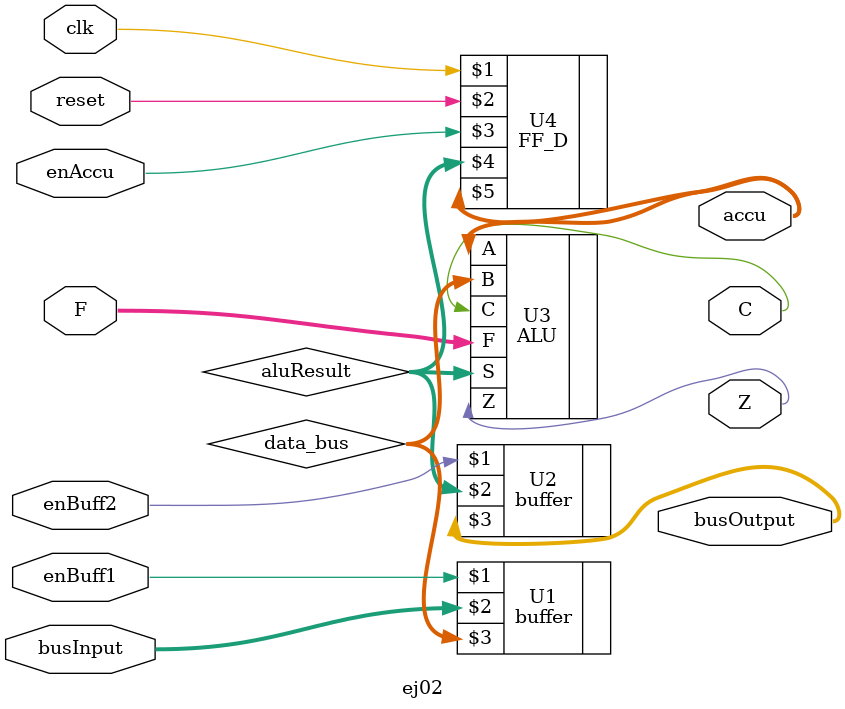
<source format=v>

module ej02 (input clk, reset, enBuff1, enBuff2, enAccu,
             input [2:0] F,
             input [3:0] busInput,
             output C,Z,
             output [3:0] busOutput, accu);
    
    wire [3:0] data_bus, aluResult;
    
    // puertos de buffer -> input enabled, input [3:0] A, output [3:0] Y
    buffer U1(enBuff1, busInput, data_bus);
    buffer U2(enBuff2, aluResult, busOutput);
    
    // puertos de ALU -> input [3:0] A, B, input [2:0] F, output C, Z, output [3:0] S
    ALU U3(.A(accu), .B(data_bus), .F(F), .C(C), .Z(Z), .S(aluResult));
    
    // puertos de FF_D -> input clk, reset, enabled, input [3:0] D, output reg [3:0] Q
    FF_D U4(clk, reset, enAccu, aluResult, accu);
    
endmodule

</source>
